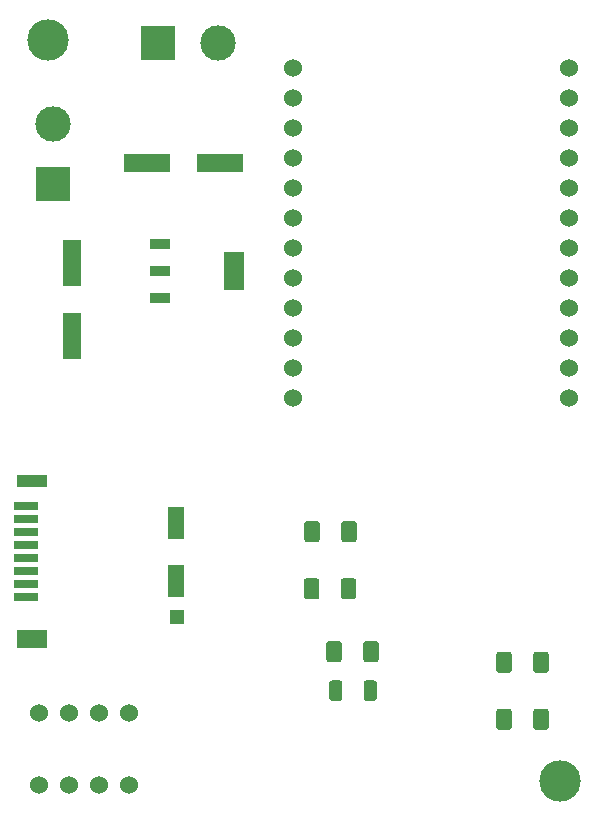
<source format=gbr>
%TF.GenerationSoftware,KiCad,Pcbnew,(5.1.12)-1*%
%TF.CreationDate,2021-12-15T12:49:01+01:00*%
%TF.ProjectId,HorseFOT_thomas_v1,486f7273-6546-44f5-945f-74686f6d6173,rev?*%
%TF.SameCoordinates,Original*%
%TF.FileFunction,Soldermask,Top*%
%TF.FilePolarity,Negative*%
%FSLAX46Y46*%
G04 Gerber Fmt 4.6, Leading zero omitted, Abs format (unit mm)*
G04 Created by KiCad (PCBNEW (5.1.12)-1) date 2021-12-15 12:49:01*
%MOMM*%
%LPD*%
G01*
G04 APERTURE LIST*
%ADD10R,1.200000X1.200000*%
%ADD11R,1.400000X2.700000*%
%ADD12R,2.600000X1.500000*%
%ADD13R,2.600000X1.000000*%
%ADD14R,2.000000X0.700000*%
%ADD15R,1.750000X3.200000*%
%ADD16R,1.750000X0.950000*%
%ADD17C,1.524000*%
%ADD18C,3.500000*%
%ADD19C,3.000000*%
%ADD20R,3.000000X3.000000*%
%ADD21R,1.600000X4.000000*%
%ADD22R,4.000000X1.600000*%
G04 APERTURE END LIST*
D10*
%TO.C,J2*%
X148309000Y-93931000D03*
D11*
X148209000Y-90881000D03*
X148209000Y-85981000D03*
D12*
X136009000Y-95831000D03*
D13*
X136009000Y-82481000D03*
D14*
X135509000Y-84581000D03*
X135509000Y-85681000D03*
X135509000Y-86781000D03*
X135509000Y-87881000D03*
X135509000Y-88981000D03*
X135509000Y-90081000D03*
X135509000Y-91181000D03*
X135509000Y-92281000D03*
%TD*%
D15*
%TO.C,U2*%
X153137000Y-64643000D03*
D16*
X146837000Y-66943000D03*
X146837000Y-64643000D03*
X146837000Y-62343000D03*
%TD*%
D17*
%TO.C,ESP32-TTGO_vT1*%
X181483000Y-65278000D03*
X158115000Y-47498000D03*
X158115000Y-50038000D03*
X158115000Y-52578000D03*
X158115000Y-55118000D03*
X158115000Y-57658000D03*
X158115000Y-60198000D03*
X158115000Y-62738000D03*
X158115000Y-65278000D03*
X158115000Y-67818000D03*
X158115000Y-70358000D03*
X158115000Y-72898000D03*
X158115000Y-75438000D03*
X181483000Y-47498000D03*
X181483000Y-50038000D03*
X181483000Y-52578000D03*
X181483000Y-55118000D03*
X181483000Y-57658000D03*
X181483000Y-60198000D03*
X181483000Y-62738000D03*
X181483000Y-67818000D03*
X181483000Y-70358000D03*
X181483000Y-72898000D03*
X181483000Y-75438000D03*
%TD*%
D18*
%TO.C,REF\u002A\u002A*%
X137414000Y-45085000D03*
%TD*%
%TO.C,REF\u002A\u002A*%
X180721000Y-107823000D03*
%TD*%
%TO.C,R7*%
G36*
G01*
X164095000Y-100828002D02*
X164095000Y-99577998D01*
G75*
G02*
X164344998Y-99328000I249998J0D01*
G01*
X164970002Y-99328000D01*
G75*
G02*
X165220000Y-99577998I0J-249998D01*
G01*
X165220000Y-100828002D01*
G75*
G02*
X164970002Y-101078000I-249998J0D01*
G01*
X164344998Y-101078000D01*
G75*
G02*
X164095000Y-100828002I0J249998D01*
G01*
G37*
G36*
G01*
X161170000Y-100828002D02*
X161170000Y-99577998D01*
G75*
G02*
X161419998Y-99328000I249998J0D01*
G01*
X162045002Y-99328000D01*
G75*
G02*
X162295000Y-99577998I0J-249998D01*
G01*
X162295000Y-100828002D01*
G75*
G02*
X162045002Y-101078000I-249998J0D01*
G01*
X161419998Y-101078000D01*
G75*
G02*
X161170000Y-100828002I0J249998D01*
G01*
G37*
%TD*%
D17*
%TO.C,P2*%
X144272000Y-102108000D03*
X139192000Y-102108000D03*
X141732000Y-102108000D03*
X136652000Y-102108000D03*
%TD*%
%TO.C,P1*%
X144272000Y-108204000D03*
X139192000Y-108204000D03*
X141732000Y-108204000D03*
X136652000Y-108204000D03*
%TD*%
D19*
%TO.C,J5*%
X151765000Y-45339000D03*
D20*
X146685000Y-45339000D03*
%TD*%
D19*
%TO.C,J1*%
X137795000Y-52197000D03*
D20*
X137795000Y-57277000D03*
%TD*%
%TO.C,C22*%
G36*
G01*
X160351500Y-90916998D02*
X160351500Y-92217002D01*
G75*
G02*
X160101502Y-92467000I-249998J0D01*
G01*
X159276498Y-92467000D01*
G75*
G02*
X159026500Y-92217002I0J249998D01*
G01*
X159026500Y-90916998D01*
G75*
G02*
X159276498Y-90667000I249998J0D01*
G01*
X160101502Y-90667000D01*
G75*
G02*
X160351500Y-90916998I0J-249998D01*
G01*
G37*
G36*
G01*
X163476500Y-90916998D02*
X163476500Y-92217002D01*
G75*
G02*
X163226502Y-92467000I-249998J0D01*
G01*
X162401498Y-92467000D01*
G75*
G02*
X162151500Y-92217002I0J249998D01*
G01*
X162151500Y-90916998D01*
G75*
G02*
X162401498Y-90667000I249998J0D01*
G01*
X163226502Y-90667000D01*
G75*
G02*
X163476500Y-90916998I0J-249998D01*
G01*
G37*
%TD*%
%TO.C,C19*%
G36*
G01*
X160390000Y-86090998D02*
X160390000Y-87391002D01*
G75*
G02*
X160140002Y-87641000I-249998J0D01*
G01*
X159314998Y-87641000D01*
G75*
G02*
X159065000Y-87391002I0J249998D01*
G01*
X159065000Y-86090998D01*
G75*
G02*
X159314998Y-85841000I249998J0D01*
G01*
X160140002Y-85841000D01*
G75*
G02*
X160390000Y-86090998I0J-249998D01*
G01*
G37*
G36*
G01*
X163515000Y-86090998D02*
X163515000Y-87391002D01*
G75*
G02*
X163265002Y-87641000I-249998J0D01*
G01*
X162439998Y-87641000D01*
G75*
G02*
X162190000Y-87391002I0J249998D01*
G01*
X162190000Y-86090998D01*
G75*
G02*
X162439998Y-85841000I249998J0D01*
G01*
X163265002Y-85841000D01*
G75*
G02*
X163515000Y-86090998I0J-249998D01*
G01*
G37*
%TD*%
%TO.C,C18*%
G36*
G01*
X176646000Y-97139998D02*
X176646000Y-98440002D01*
G75*
G02*
X176396002Y-98690000I-249998J0D01*
G01*
X175570998Y-98690000D01*
G75*
G02*
X175321000Y-98440002I0J249998D01*
G01*
X175321000Y-97139998D01*
G75*
G02*
X175570998Y-96890000I249998J0D01*
G01*
X176396002Y-96890000D01*
G75*
G02*
X176646000Y-97139998I0J-249998D01*
G01*
G37*
G36*
G01*
X179771000Y-97139998D02*
X179771000Y-98440002D01*
G75*
G02*
X179521002Y-98690000I-249998J0D01*
G01*
X178695998Y-98690000D01*
G75*
G02*
X178446000Y-98440002I0J249998D01*
G01*
X178446000Y-97139998D01*
G75*
G02*
X178695998Y-96890000I249998J0D01*
G01*
X179521002Y-96890000D01*
G75*
G02*
X179771000Y-97139998I0J-249998D01*
G01*
G37*
%TD*%
%TO.C,C17*%
G36*
G01*
X176646000Y-101965998D02*
X176646000Y-103266002D01*
G75*
G02*
X176396002Y-103516000I-249998J0D01*
G01*
X175570998Y-103516000D01*
G75*
G02*
X175321000Y-103266002I0J249998D01*
G01*
X175321000Y-101965998D01*
G75*
G02*
X175570998Y-101716000I249998J0D01*
G01*
X176396002Y-101716000D01*
G75*
G02*
X176646000Y-101965998I0J-249998D01*
G01*
G37*
G36*
G01*
X179771000Y-101965998D02*
X179771000Y-103266002D01*
G75*
G02*
X179521002Y-103516000I-249998J0D01*
G01*
X178695998Y-103516000D01*
G75*
G02*
X178446000Y-103266002I0J249998D01*
G01*
X178446000Y-101965998D01*
G75*
G02*
X178695998Y-101716000I249998J0D01*
G01*
X179521002Y-101716000D01*
G75*
G02*
X179771000Y-101965998I0J-249998D01*
G01*
G37*
%TD*%
%TO.C,C13*%
G36*
G01*
X164056500Y-97551002D02*
X164056500Y-96250998D01*
G75*
G02*
X164306498Y-96001000I249998J0D01*
G01*
X165131502Y-96001000D01*
G75*
G02*
X165381500Y-96250998I0J-249998D01*
G01*
X165381500Y-97551002D01*
G75*
G02*
X165131502Y-97801000I-249998J0D01*
G01*
X164306498Y-97801000D01*
G75*
G02*
X164056500Y-97551002I0J249998D01*
G01*
G37*
G36*
G01*
X160931500Y-97551002D02*
X160931500Y-96250998D01*
G75*
G02*
X161181498Y-96001000I249998J0D01*
G01*
X162006502Y-96001000D01*
G75*
G02*
X162256500Y-96250998I0J-249998D01*
G01*
X162256500Y-97551002D01*
G75*
G02*
X162006502Y-97801000I-249998J0D01*
G01*
X161181498Y-97801000D01*
G75*
G02*
X160931500Y-97551002I0J249998D01*
G01*
G37*
%TD*%
D21*
%TO.C,C8*%
X139446000Y-70156000D03*
X139446000Y-63956000D03*
%TD*%
D22*
%TO.C,C5*%
X151944000Y-55499000D03*
X145744000Y-55499000D03*
%TD*%
M02*

</source>
